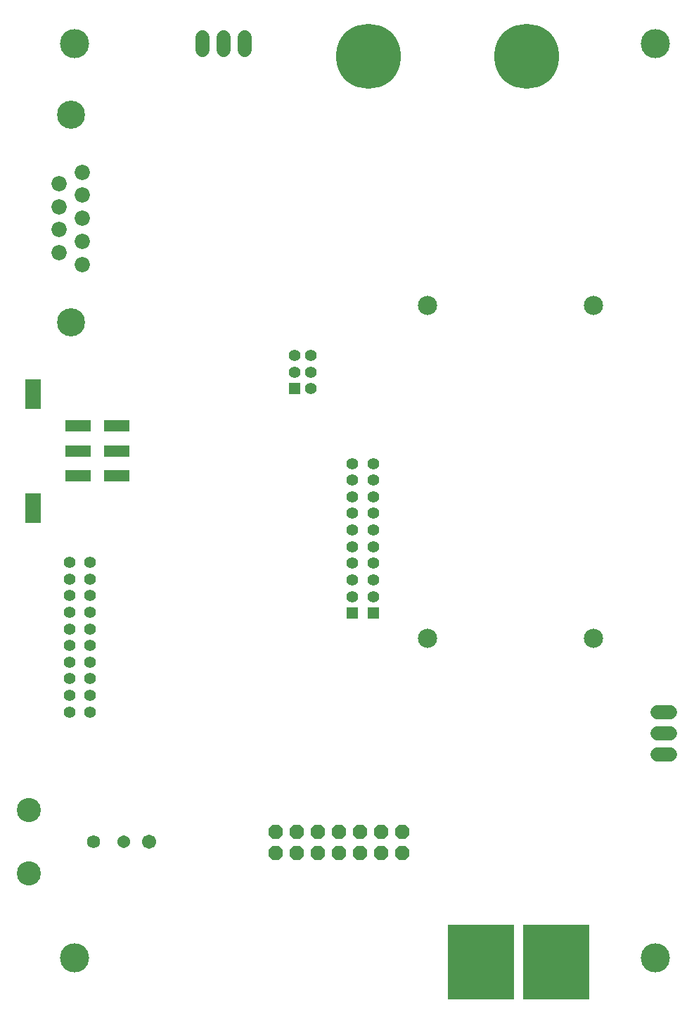
<source format=gts>
G75*
G70*
%OFA0B0*%
%FSLAX24Y24*%
%IPPOS*%
%LPD*%
%AMOC8*
5,1,8,0,0,1.08239X$1,22.5*
%
%ADD10C,0.0907*%
%ADD11R,0.3150X0.3543*%
%ADD12C,0.1379*%
%ADD13C,0.0671*%
%ADD14C,0.0552*%
%ADD15R,0.0552X0.0552*%
%ADD16C,0.3080*%
%ADD17C,0.1143*%
%ADD18C,0.0623*%
%ADD19OC8,0.0680*%
%ADD20R,0.1230X0.0580*%
%ADD21R,0.0730X0.1430*%
%ADD22C,0.0724*%
%ADD23C,0.1332*%
%ADD24C,0.0680*%
%ADD25C,0.0606*%
D10*
X025961Y017281D03*
X033835Y017281D03*
X033835Y033029D03*
X025961Y033029D03*
D11*
X028520Y001927D03*
X032063Y001927D03*
D12*
X036787Y002123D03*
X009228Y002123D03*
X009228Y045431D03*
X036787Y045431D03*
D13*
X012772Y007635D03*
D14*
X009984Y013777D03*
X009984Y014564D03*
X009984Y015352D03*
X009984Y016139D03*
X009984Y016927D03*
X009984Y017714D03*
X009984Y018501D03*
X009984Y019289D03*
X009984Y020076D03*
X009984Y020864D03*
X009000Y020864D03*
X009000Y020076D03*
X009000Y019289D03*
X009000Y018501D03*
X009000Y017714D03*
X009000Y016927D03*
X009000Y016139D03*
X009000Y015352D03*
X009000Y014564D03*
X009000Y013777D03*
X020449Y029092D03*
X020449Y029879D03*
X019661Y029879D03*
X019661Y030667D03*
X020449Y030667D03*
X022417Y025549D03*
X022417Y024761D03*
X022417Y023974D03*
X022417Y023186D03*
X022417Y022399D03*
X022417Y021612D03*
X022417Y020824D03*
X022417Y020037D03*
X022417Y019249D03*
X023402Y019249D03*
X023402Y020037D03*
X023402Y020824D03*
X023402Y021612D03*
X023402Y022399D03*
X023402Y023186D03*
X023402Y023974D03*
X023402Y024761D03*
X023402Y025549D03*
D15*
X019661Y029092D03*
X022417Y018462D03*
X023402Y018462D03*
D16*
X023185Y044820D03*
X030685Y044820D03*
D17*
X007063Y006139D03*
X007063Y009131D03*
D18*
X010134Y007635D03*
D19*
X018791Y008092D03*
X019791Y008092D03*
X019791Y007092D03*
X018791Y007092D03*
X020791Y007092D03*
X021791Y007092D03*
X021791Y008092D03*
X020791Y008092D03*
X022791Y008092D03*
X022791Y007092D03*
X023791Y007092D03*
X024791Y007092D03*
X024791Y008092D03*
X023791Y008092D03*
D20*
X011236Y024958D03*
X011236Y026139D03*
X011236Y027320D03*
X009413Y027320D03*
X009413Y026139D03*
X009413Y024958D03*
D21*
X007260Y023429D03*
X007260Y028849D03*
D22*
X009622Y034982D03*
X009622Y036072D03*
X009622Y037163D03*
X009622Y038253D03*
X009622Y039344D03*
X008504Y038799D03*
X008504Y037708D03*
X008504Y036618D03*
X008504Y035527D03*
D23*
X009063Y032244D03*
X009063Y042082D03*
D24*
X015315Y045131D02*
X015315Y045731D01*
X016315Y045731D02*
X016315Y045131D01*
X017315Y045131D02*
X017315Y045731D01*
X036881Y013753D02*
X037481Y013753D01*
X037481Y012753D02*
X036881Y012753D01*
X036881Y011753D02*
X037481Y011753D01*
D25*
X011591Y007635D03*
M02*

</source>
